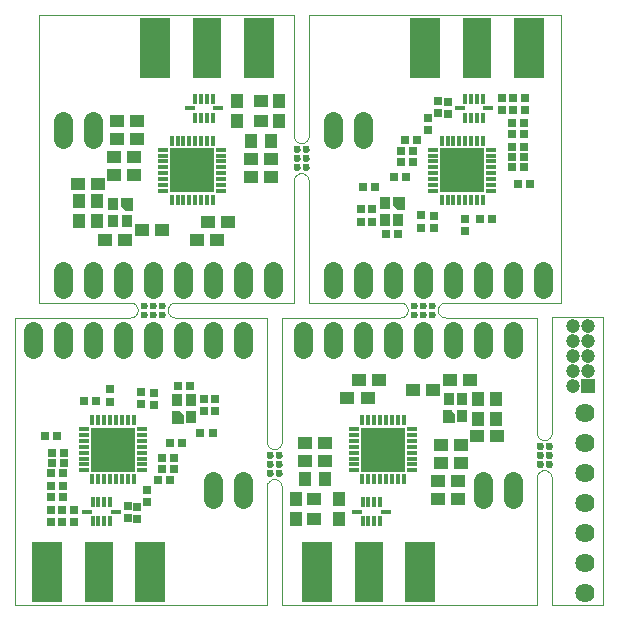
<source format=gts>
G75*
%MOIN*%
%OFA0B0*%
%FSLAX24Y24*%
%IPPOS*%
%LPD*%
%AMOC8*
5,1,8,0,0,1.08239X$1,22.5*
%
%ADD10C,0.0000*%
%ADD11C,0.0237*%
%ADD12R,0.0150X0.0370*%
%ADD13R,0.0370X0.0150*%
%ADD14R,0.1500X0.1500*%
%ADD15R,0.0270X0.0280*%
%ADD16R,0.0280X0.0270*%
%ADD17R,0.0374X0.0413*%
%ADD18C,0.0020*%
%ADD19R,0.0940X0.2040*%
%ADD20R,0.0990X0.2040*%
%ADD21R,0.0158X0.0355*%
%ADD22R,0.0355X0.0158*%
%ADD23C,0.0640*%
%ADD24R,0.0473X0.0434*%
%ADD25R,0.0434X0.0473*%
%ADD26C,0.0640*%
%ADD27C,0.0470*%
%ADD28R,0.0470X0.0470*%
D10*
X000550Y002350D02*
X000550Y011940D01*
X004400Y011940D01*
X004430Y011942D01*
X004460Y011947D01*
X004489Y011956D01*
X004516Y011969D01*
X004542Y011984D01*
X004566Y012003D01*
X004587Y012024D01*
X004606Y012048D01*
X004621Y012074D01*
X004634Y012101D01*
X004643Y012130D01*
X004648Y012160D01*
X004650Y012190D01*
X004648Y012220D01*
X004643Y012250D01*
X004634Y012279D01*
X004621Y012306D01*
X004606Y012332D01*
X004587Y012356D01*
X004566Y012377D01*
X004542Y012396D01*
X004516Y012411D01*
X004489Y012424D01*
X004460Y012433D01*
X004430Y012438D01*
X004400Y012440D01*
X001350Y012440D01*
X001350Y022035D01*
X009850Y022035D01*
X009850Y018000D01*
X009852Y017970D01*
X009857Y017940D01*
X009866Y017911D01*
X009879Y017884D01*
X009894Y017858D01*
X009913Y017834D01*
X009934Y017813D01*
X009958Y017794D01*
X009984Y017779D01*
X010011Y017766D01*
X010040Y017757D01*
X010070Y017752D01*
X010100Y017750D01*
X010130Y017752D01*
X010160Y017757D01*
X010189Y017766D01*
X010216Y017779D01*
X010242Y017794D01*
X010266Y017813D01*
X010287Y017834D01*
X010306Y017858D01*
X010321Y017884D01*
X010334Y017911D01*
X010343Y017940D01*
X010348Y017970D01*
X010350Y018000D01*
X010350Y022035D01*
X018750Y022035D01*
X018750Y012440D01*
X014910Y012440D01*
X014880Y012438D01*
X014850Y012433D01*
X014821Y012424D01*
X014794Y012411D01*
X014768Y012396D01*
X014744Y012377D01*
X014723Y012356D01*
X014704Y012332D01*
X014689Y012306D01*
X014676Y012279D01*
X014667Y012250D01*
X014662Y012220D01*
X014660Y012190D01*
X014662Y012160D01*
X014667Y012130D01*
X014676Y012101D01*
X014689Y012074D01*
X014704Y012048D01*
X014723Y012024D01*
X014744Y012003D01*
X014768Y011984D01*
X014794Y011969D01*
X014821Y011956D01*
X014850Y011947D01*
X014880Y011942D01*
X014910Y011940D01*
X017950Y011940D01*
X017950Y008100D01*
X017952Y008070D01*
X017957Y008040D01*
X017966Y008011D01*
X017979Y007984D01*
X017994Y007958D01*
X018013Y007934D01*
X018034Y007913D01*
X018058Y007894D01*
X018084Y007879D01*
X018111Y007866D01*
X018140Y007857D01*
X018170Y007852D01*
X018200Y007850D01*
X018230Y007852D01*
X018260Y007857D01*
X018289Y007866D01*
X018316Y007879D01*
X018342Y007894D01*
X018366Y007913D01*
X018387Y007934D01*
X018406Y007958D01*
X018421Y007984D01*
X018434Y008011D01*
X018443Y008040D01*
X018448Y008070D01*
X018450Y008100D01*
X018450Y011950D01*
X020150Y011950D01*
X020150Y002350D01*
X018450Y002350D01*
X018450Y006600D01*
X018262Y007050D02*
X018264Y007069D01*
X018269Y007088D01*
X018279Y007104D01*
X018291Y007119D01*
X018306Y007131D01*
X018322Y007141D01*
X018341Y007146D01*
X018360Y007148D01*
X018379Y007146D01*
X018398Y007141D01*
X018414Y007131D01*
X018429Y007119D01*
X018441Y007104D01*
X018451Y007088D01*
X018456Y007069D01*
X018458Y007050D01*
X018456Y007031D01*
X018451Y007012D01*
X018441Y006996D01*
X018429Y006981D01*
X018414Y006969D01*
X018398Y006959D01*
X018379Y006954D01*
X018360Y006952D01*
X018341Y006954D01*
X018322Y006959D01*
X018306Y006969D01*
X018291Y006981D01*
X018279Y006996D01*
X018269Y007012D01*
X018264Y007031D01*
X018262Y007050D01*
X017962Y007050D02*
X017964Y007069D01*
X017969Y007088D01*
X017979Y007104D01*
X017991Y007119D01*
X018006Y007131D01*
X018022Y007141D01*
X018041Y007146D01*
X018060Y007148D01*
X018079Y007146D01*
X018098Y007141D01*
X018114Y007131D01*
X018129Y007119D01*
X018141Y007104D01*
X018151Y007088D01*
X018156Y007069D01*
X018158Y007050D01*
X018156Y007031D01*
X018151Y007012D01*
X018141Y006996D01*
X018129Y006981D01*
X018114Y006969D01*
X018098Y006959D01*
X018079Y006954D01*
X018060Y006952D01*
X018041Y006954D01*
X018022Y006959D01*
X018006Y006969D01*
X017991Y006981D01*
X017979Y006996D01*
X017969Y007012D01*
X017964Y007031D01*
X017962Y007050D01*
X017950Y006600D02*
X017950Y002350D01*
X009450Y002350D01*
X009450Y006305D01*
X009448Y006335D01*
X009441Y006365D01*
X009432Y006393D01*
X009419Y006421D01*
X009403Y006446D01*
X009384Y006469D01*
X009362Y006490D01*
X009338Y006509D01*
X009312Y006524D01*
X009284Y006535D01*
X009255Y006544D01*
X009225Y006549D01*
X009195Y006550D01*
X009165Y006548D01*
X009135Y006541D01*
X009107Y006532D01*
X009079Y006519D01*
X009054Y006503D01*
X009031Y006484D01*
X009010Y006462D01*
X008991Y006438D01*
X008976Y006412D01*
X008965Y006384D01*
X008956Y006355D01*
X008951Y006325D01*
X008950Y006295D01*
X008950Y002350D01*
X000550Y002350D01*
X005900Y011940D02*
X008950Y011940D01*
X008950Y007800D01*
X008952Y007770D01*
X008957Y007740D01*
X008966Y007711D01*
X008979Y007684D01*
X008994Y007658D01*
X009013Y007634D01*
X009034Y007613D01*
X009058Y007594D01*
X009084Y007579D01*
X009111Y007566D01*
X009140Y007557D01*
X009170Y007552D01*
X009200Y007550D01*
X009230Y007552D01*
X009260Y007557D01*
X009289Y007566D01*
X009316Y007579D01*
X009342Y007594D01*
X009366Y007613D01*
X009387Y007634D01*
X009406Y007658D01*
X009421Y007684D01*
X009434Y007711D01*
X009443Y007740D01*
X009448Y007770D01*
X009450Y007800D01*
X009450Y011940D01*
X013400Y011940D01*
X013430Y011942D01*
X013460Y011947D01*
X013489Y011956D01*
X013516Y011969D01*
X013542Y011984D01*
X013566Y012003D01*
X013587Y012024D01*
X013606Y012048D01*
X013621Y012074D01*
X013634Y012101D01*
X013643Y012130D01*
X013648Y012160D01*
X013650Y012190D01*
X013648Y012220D01*
X013643Y012250D01*
X013634Y012279D01*
X013621Y012306D01*
X013606Y012332D01*
X013587Y012356D01*
X013566Y012377D01*
X013542Y012396D01*
X013516Y012411D01*
X013489Y012424D01*
X013460Y012433D01*
X013430Y012438D01*
X013400Y012440D01*
X010350Y012440D01*
X010350Y016500D01*
X010348Y016530D01*
X010343Y016560D01*
X010334Y016589D01*
X010321Y016616D01*
X010306Y016642D01*
X010287Y016666D01*
X010266Y016687D01*
X010242Y016706D01*
X010216Y016721D01*
X010189Y016734D01*
X010160Y016743D01*
X010130Y016748D01*
X010100Y016750D01*
X010070Y016748D01*
X010040Y016743D01*
X010011Y016734D01*
X009984Y016721D01*
X009958Y016706D01*
X009934Y016687D01*
X009913Y016666D01*
X009894Y016642D01*
X009879Y016616D01*
X009866Y016589D01*
X009857Y016560D01*
X009852Y016530D01*
X009850Y016500D01*
X009850Y012440D01*
X005900Y012440D01*
X005870Y012438D01*
X005840Y012433D01*
X005811Y012424D01*
X005784Y012411D01*
X005758Y012396D01*
X005734Y012377D01*
X005713Y012356D01*
X005694Y012332D01*
X005679Y012306D01*
X005666Y012279D01*
X005657Y012250D01*
X005652Y012220D01*
X005650Y012190D01*
X005652Y012160D01*
X005657Y012130D01*
X005666Y012101D01*
X005679Y012074D01*
X005694Y012048D01*
X005713Y012024D01*
X005734Y012003D01*
X005758Y011984D01*
X005784Y011969D01*
X005811Y011956D01*
X005840Y011947D01*
X005870Y011942D01*
X005900Y011940D01*
X005352Y012040D02*
X005354Y012059D01*
X005359Y012078D01*
X005369Y012094D01*
X005381Y012109D01*
X005396Y012121D01*
X005412Y012131D01*
X005431Y012136D01*
X005450Y012138D01*
X005469Y012136D01*
X005488Y012131D01*
X005504Y012121D01*
X005519Y012109D01*
X005531Y012094D01*
X005541Y012078D01*
X005546Y012059D01*
X005548Y012040D01*
X005546Y012021D01*
X005541Y012002D01*
X005531Y011986D01*
X005519Y011971D01*
X005504Y011959D01*
X005488Y011949D01*
X005469Y011944D01*
X005450Y011942D01*
X005431Y011944D01*
X005412Y011949D01*
X005396Y011959D01*
X005381Y011971D01*
X005369Y011986D01*
X005359Y012002D01*
X005354Y012021D01*
X005352Y012040D01*
X005052Y012040D02*
X005054Y012059D01*
X005059Y012078D01*
X005069Y012094D01*
X005081Y012109D01*
X005096Y012121D01*
X005112Y012131D01*
X005131Y012136D01*
X005150Y012138D01*
X005169Y012136D01*
X005188Y012131D01*
X005204Y012121D01*
X005219Y012109D01*
X005231Y012094D01*
X005241Y012078D01*
X005246Y012059D01*
X005248Y012040D01*
X005246Y012021D01*
X005241Y012002D01*
X005231Y011986D01*
X005219Y011971D01*
X005204Y011959D01*
X005188Y011949D01*
X005169Y011944D01*
X005150Y011942D01*
X005131Y011944D01*
X005112Y011949D01*
X005096Y011959D01*
X005081Y011971D01*
X005069Y011986D01*
X005059Y012002D01*
X005054Y012021D01*
X005052Y012040D01*
X004752Y012040D02*
X004754Y012059D01*
X004759Y012078D01*
X004769Y012094D01*
X004781Y012109D01*
X004796Y012121D01*
X004812Y012131D01*
X004831Y012136D01*
X004850Y012138D01*
X004869Y012136D01*
X004888Y012131D01*
X004904Y012121D01*
X004919Y012109D01*
X004931Y012094D01*
X004941Y012078D01*
X004946Y012059D01*
X004948Y012040D01*
X004946Y012021D01*
X004941Y012002D01*
X004931Y011986D01*
X004919Y011971D01*
X004904Y011959D01*
X004888Y011949D01*
X004869Y011944D01*
X004850Y011942D01*
X004831Y011944D01*
X004812Y011949D01*
X004796Y011959D01*
X004781Y011971D01*
X004769Y011986D01*
X004759Y012002D01*
X004754Y012021D01*
X004752Y012040D01*
X004752Y012340D02*
X004754Y012359D01*
X004759Y012378D01*
X004769Y012394D01*
X004781Y012409D01*
X004796Y012421D01*
X004812Y012431D01*
X004831Y012436D01*
X004850Y012438D01*
X004869Y012436D01*
X004888Y012431D01*
X004904Y012421D01*
X004919Y012409D01*
X004931Y012394D01*
X004941Y012378D01*
X004946Y012359D01*
X004948Y012340D01*
X004946Y012321D01*
X004941Y012302D01*
X004931Y012286D01*
X004919Y012271D01*
X004904Y012259D01*
X004888Y012249D01*
X004869Y012244D01*
X004850Y012242D01*
X004831Y012244D01*
X004812Y012249D01*
X004796Y012259D01*
X004781Y012271D01*
X004769Y012286D01*
X004759Y012302D01*
X004754Y012321D01*
X004752Y012340D01*
X005052Y012340D02*
X005054Y012359D01*
X005059Y012378D01*
X005069Y012394D01*
X005081Y012409D01*
X005096Y012421D01*
X005112Y012431D01*
X005131Y012436D01*
X005150Y012438D01*
X005169Y012436D01*
X005188Y012431D01*
X005204Y012421D01*
X005219Y012409D01*
X005231Y012394D01*
X005241Y012378D01*
X005246Y012359D01*
X005248Y012340D01*
X005246Y012321D01*
X005241Y012302D01*
X005231Y012286D01*
X005219Y012271D01*
X005204Y012259D01*
X005188Y012249D01*
X005169Y012244D01*
X005150Y012242D01*
X005131Y012244D01*
X005112Y012249D01*
X005096Y012259D01*
X005081Y012271D01*
X005069Y012286D01*
X005059Y012302D01*
X005054Y012321D01*
X005052Y012340D01*
X005352Y012340D02*
X005354Y012359D01*
X005359Y012378D01*
X005369Y012394D01*
X005381Y012409D01*
X005396Y012421D01*
X005412Y012431D01*
X005431Y012436D01*
X005450Y012438D01*
X005469Y012436D01*
X005488Y012431D01*
X005504Y012421D01*
X005519Y012409D01*
X005531Y012394D01*
X005541Y012378D01*
X005546Y012359D01*
X005548Y012340D01*
X005546Y012321D01*
X005541Y012302D01*
X005531Y012286D01*
X005519Y012271D01*
X005504Y012259D01*
X005488Y012249D01*
X005469Y012244D01*
X005450Y012242D01*
X005431Y012244D01*
X005412Y012249D01*
X005396Y012259D01*
X005381Y012271D01*
X005369Y012286D01*
X005359Y012302D01*
X005354Y012321D01*
X005352Y012340D01*
X008952Y007350D02*
X008954Y007369D01*
X008959Y007388D01*
X008969Y007404D01*
X008981Y007419D01*
X008996Y007431D01*
X009012Y007441D01*
X009031Y007446D01*
X009050Y007448D01*
X009069Y007446D01*
X009088Y007441D01*
X009104Y007431D01*
X009119Y007419D01*
X009131Y007404D01*
X009141Y007388D01*
X009146Y007369D01*
X009148Y007350D01*
X009146Y007331D01*
X009141Y007312D01*
X009131Y007296D01*
X009119Y007281D01*
X009104Y007269D01*
X009088Y007259D01*
X009069Y007254D01*
X009050Y007252D01*
X009031Y007254D01*
X009012Y007259D01*
X008996Y007269D01*
X008981Y007281D01*
X008969Y007296D01*
X008959Y007312D01*
X008954Y007331D01*
X008952Y007350D01*
X008952Y007050D02*
X008954Y007069D01*
X008959Y007088D01*
X008969Y007104D01*
X008981Y007119D01*
X008996Y007131D01*
X009012Y007141D01*
X009031Y007146D01*
X009050Y007148D01*
X009069Y007146D01*
X009088Y007141D01*
X009104Y007131D01*
X009119Y007119D01*
X009131Y007104D01*
X009141Y007088D01*
X009146Y007069D01*
X009148Y007050D01*
X009146Y007031D01*
X009141Y007012D01*
X009131Y006996D01*
X009119Y006981D01*
X009104Y006969D01*
X009088Y006959D01*
X009069Y006954D01*
X009050Y006952D01*
X009031Y006954D01*
X009012Y006959D01*
X008996Y006969D01*
X008981Y006981D01*
X008969Y006996D01*
X008959Y007012D01*
X008954Y007031D01*
X008952Y007050D01*
X008952Y006750D02*
X008954Y006769D01*
X008959Y006788D01*
X008969Y006804D01*
X008981Y006819D01*
X008996Y006831D01*
X009012Y006841D01*
X009031Y006846D01*
X009050Y006848D01*
X009069Y006846D01*
X009088Y006841D01*
X009104Y006831D01*
X009119Y006819D01*
X009131Y006804D01*
X009141Y006788D01*
X009146Y006769D01*
X009148Y006750D01*
X009146Y006731D01*
X009141Y006712D01*
X009131Y006696D01*
X009119Y006681D01*
X009104Y006669D01*
X009088Y006659D01*
X009069Y006654D01*
X009050Y006652D01*
X009031Y006654D01*
X009012Y006659D01*
X008996Y006669D01*
X008981Y006681D01*
X008969Y006696D01*
X008959Y006712D01*
X008954Y006731D01*
X008952Y006750D01*
X009252Y006750D02*
X009254Y006769D01*
X009259Y006788D01*
X009269Y006804D01*
X009281Y006819D01*
X009296Y006831D01*
X009312Y006841D01*
X009331Y006846D01*
X009350Y006848D01*
X009369Y006846D01*
X009388Y006841D01*
X009404Y006831D01*
X009419Y006819D01*
X009431Y006804D01*
X009441Y006788D01*
X009446Y006769D01*
X009448Y006750D01*
X009446Y006731D01*
X009441Y006712D01*
X009431Y006696D01*
X009419Y006681D01*
X009404Y006669D01*
X009388Y006659D01*
X009369Y006654D01*
X009350Y006652D01*
X009331Y006654D01*
X009312Y006659D01*
X009296Y006669D01*
X009281Y006681D01*
X009269Y006696D01*
X009259Y006712D01*
X009254Y006731D01*
X009252Y006750D01*
X009252Y007050D02*
X009254Y007069D01*
X009259Y007088D01*
X009269Y007104D01*
X009281Y007119D01*
X009296Y007131D01*
X009312Y007141D01*
X009331Y007146D01*
X009350Y007148D01*
X009369Y007146D01*
X009388Y007141D01*
X009404Y007131D01*
X009419Y007119D01*
X009431Y007104D01*
X009441Y007088D01*
X009446Y007069D01*
X009448Y007050D01*
X009446Y007031D01*
X009441Y007012D01*
X009431Y006996D01*
X009419Y006981D01*
X009404Y006969D01*
X009388Y006959D01*
X009369Y006954D01*
X009350Y006952D01*
X009331Y006954D01*
X009312Y006959D01*
X009296Y006969D01*
X009281Y006981D01*
X009269Y006996D01*
X009259Y007012D01*
X009254Y007031D01*
X009252Y007050D01*
X009252Y007350D02*
X009254Y007369D01*
X009259Y007388D01*
X009269Y007404D01*
X009281Y007419D01*
X009296Y007431D01*
X009312Y007441D01*
X009331Y007446D01*
X009350Y007448D01*
X009369Y007446D01*
X009388Y007441D01*
X009404Y007431D01*
X009419Y007419D01*
X009431Y007404D01*
X009441Y007388D01*
X009446Y007369D01*
X009448Y007350D01*
X009446Y007331D01*
X009441Y007312D01*
X009431Y007296D01*
X009419Y007281D01*
X009404Y007269D01*
X009388Y007259D01*
X009369Y007254D01*
X009350Y007252D01*
X009331Y007254D01*
X009312Y007259D01*
X009296Y007269D01*
X009281Y007281D01*
X009269Y007296D01*
X009259Y007312D01*
X009254Y007331D01*
X009252Y007350D01*
X013752Y012040D02*
X013754Y012059D01*
X013759Y012078D01*
X013769Y012094D01*
X013781Y012109D01*
X013796Y012121D01*
X013812Y012131D01*
X013831Y012136D01*
X013850Y012138D01*
X013869Y012136D01*
X013888Y012131D01*
X013904Y012121D01*
X013919Y012109D01*
X013931Y012094D01*
X013941Y012078D01*
X013946Y012059D01*
X013948Y012040D01*
X013946Y012021D01*
X013941Y012002D01*
X013931Y011986D01*
X013919Y011971D01*
X013904Y011959D01*
X013888Y011949D01*
X013869Y011944D01*
X013850Y011942D01*
X013831Y011944D01*
X013812Y011949D01*
X013796Y011959D01*
X013781Y011971D01*
X013769Y011986D01*
X013759Y012002D01*
X013754Y012021D01*
X013752Y012040D01*
X013752Y012340D02*
X013754Y012359D01*
X013759Y012378D01*
X013769Y012394D01*
X013781Y012409D01*
X013796Y012421D01*
X013812Y012431D01*
X013831Y012436D01*
X013850Y012438D01*
X013869Y012436D01*
X013888Y012431D01*
X013904Y012421D01*
X013919Y012409D01*
X013931Y012394D01*
X013941Y012378D01*
X013946Y012359D01*
X013948Y012340D01*
X013946Y012321D01*
X013941Y012302D01*
X013931Y012286D01*
X013919Y012271D01*
X013904Y012259D01*
X013888Y012249D01*
X013869Y012244D01*
X013850Y012242D01*
X013831Y012244D01*
X013812Y012249D01*
X013796Y012259D01*
X013781Y012271D01*
X013769Y012286D01*
X013759Y012302D01*
X013754Y012321D01*
X013752Y012340D01*
X014052Y012340D02*
X014054Y012359D01*
X014059Y012378D01*
X014069Y012394D01*
X014081Y012409D01*
X014096Y012421D01*
X014112Y012431D01*
X014131Y012436D01*
X014150Y012438D01*
X014169Y012436D01*
X014188Y012431D01*
X014204Y012421D01*
X014219Y012409D01*
X014231Y012394D01*
X014241Y012378D01*
X014246Y012359D01*
X014248Y012340D01*
X014246Y012321D01*
X014241Y012302D01*
X014231Y012286D01*
X014219Y012271D01*
X014204Y012259D01*
X014188Y012249D01*
X014169Y012244D01*
X014150Y012242D01*
X014131Y012244D01*
X014112Y012249D01*
X014096Y012259D01*
X014081Y012271D01*
X014069Y012286D01*
X014059Y012302D01*
X014054Y012321D01*
X014052Y012340D01*
X014052Y012040D02*
X014054Y012059D01*
X014059Y012078D01*
X014069Y012094D01*
X014081Y012109D01*
X014096Y012121D01*
X014112Y012131D01*
X014131Y012136D01*
X014150Y012138D01*
X014169Y012136D01*
X014188Y012131D01*
X014204Y012121D01*
X014219Y012109D01*
X014231Y012094D01*
X014241Y012078D01*
X014246Y012059D01*
X014248Y012040D01*
X014246Y012021D01*
X014241Y012002D01*
X014231Y011986D01*
X014219Y011971D01*
X014204Y011959D01*
X014188Y011949D01*
X014169Y011944D01*
X014150Y011942D01*
X014131Y011944D01*
X014112Y011949D01*
X014096Y011959D01*
X014081Y011971D01*
X014069Y011986D01*
X014059Y012002D01*
X014054Y012021D01*
X014052Y012040D01*
X014352Y012040D02*
X014354Y012059D01*
X014359Y012078D01*
X014369Y012094D01*
X014381Y012109D01*
X014396Y012121D01*
X014412Y012131D01*
X014431Y012136D01*
X014450Y012138D01*
X014469Y012136D01*
X014488Y012131D01*
X014504Y012121D01*
X014519Y012109D01*
X014531Y012094D01*
X014541Y012078D01*
X014546Y012059D01*
X014548Y012040D01*
X014546Y012021D01*
X014541Y012002D01*
X014531Y011986D01*
X014519Y011971D01*
X014504Y011959D01*
X014488Y011949D01*
X014469Y011944D01*
X014450Y011942D01*
X014431Y011944D01*
X014412Y011949D01*
X014396Y011959D01*
X014381Y011971D01*
X014369Y011986D01*
X014359Y012002D01*
X014354Y012021D01*
X014352Y012040D01*
X014352Y012340D02*
X014354Y012359D01*
X014359Y012378D01*
X014369Y012394D01*
X014381Y012409D01*
X014396Y012421D01*
X014412Y012431D01*
X014431Y012436D01*
X014450Y012438D01*
X014469Y012436D01*
X014488Y012431D01*
X014504Y012421D01*
X014519Y012409D01*
X014531Y012394D01*
X014541Y012378D01*
X014546Y012359D01*
X014548Y012340D01*
X014546Y012321D01*
X014541Y012302D01*
X014531Y012286D01*
X014519Y012271D01*
X014504Y012259D01*
X014488Y012249D01*
X014469Y012244D01*
X014450Y012242D01*
X014431Y012244D01*
X014412Y012249D01*
X014396Y012259D01*
X014381Y012271D01*
X014369Y012286D01*
X014359Y012302D01*
X014354Y012321D01*
X014352Y012340D01*
X017962Y007650D02*
X017964Y007669D01*
X017969Y007688D01*
X017979Y007704D01*
X017991Y007719D01*
X018006Y007731D01*
X018022Y007741D01*
X018041Y007746D01*
X018060Y007748D01*
X018079Y007746D01*
X018098Y007741D01*
X018114Y007731D01*
X018129Y007719D01*
X018141Y007704D01*
X018151Y007688D01*
X018156Y007669D01*
X018158Y007650D01*
X018156Y007631D01*
X018151Y007612D01*
X018141Y007596D01*
X018129Y007581D01*
X018114Y007569D01*
X018098Y007559D01*
X018079Y007554D01*
X018060Y007552D01*
X018041Y007554D01*
X018022Y007559D01*
X018006Y007569D01*
X017991Y007581D01*
X017979Y007596D01*
X017969Y007612D01*
X017964Y007631D01*
X017962Y007650D01*
X017962Y007350D02*
X017964Y007369D01*
X017969Y007388D01*
X017979Y007404D01*
X017991Y007419D01*
X018006Y007431D01*
X018022Y007441D01*
X018041Y007446D01*
X018060Y007448D01*
X018079Y007446D01*
X018098Y007441D01*
X018114Y007431D01*
X018129Y007419D01*
X018141Y007404D01*
X018151Y007388D01*
X018156Y007369D01*
X018158Y007350D01*
X018156Y007331D01*
X018151Y007312D01*
X018141Y007296D01*
X018129Y007281D01*
X018114Y007269D01*
X018098Y007259D01*
X018079Y007254D01*
X018060Y007252D01*
X018041Y007254D01*
X018022Y007259D01*
X018006Y007269D01*
X017991Y007281D01*
X017979Y007296D01*
X017969Y007312D01*
X017964Y007331D01*
X017962Y007350D01*
X018262Y007350D02*
X018264Y007369D01*
X018269Y007388D01*
X018279Y007404D01*
X018291Y007419D01*
X018306Y007431D01*
X018322Y007441D01*
X018341Y007446D01*
X018360Y007448D01*
X018379Y007446D01*
X018398Y007441D01*
X018414Y007431D01*
X018429Y007419D01*
X018441Y007404D01*
X018451Y007388D01*
X018456Y007369D01*
X018458Y007350D01*
X018456Y007331D01*
X018451Y007312D01*
X018441Y007296D01*
X018429Y007281D01*
X018414Y007269D01*
X018398Y007259D01*
X018379Y007254D01*
X018360Y007252D01*
X018341Y007254D01*
X018322Y007259D01*
X018306Y007269D01*
X018291Y007281D01*
X018279Y007296D01*
X018269Y007312D01*
X018264Y007331D01*
X018262Y007350D01*
X018262Y007650D02*
X018264Y007669D01*
X018269Y007688D01*
X018279Y007704D01*
X018291Y007719D01*
X018306Y007731D01*
X018322Y007741D01*
X018341Y007746D01*
X018360Y007748D01*
X018379Y007746D01*
X018398Y007741D01*
X018414Y007731D01*
X018429Y007719D01*
X018441Y007704D01*
X018451Y007688D01*
X018456Y007669D01*
X018458Y007650D01*
X018456Y007631D01*
X018451Y007612D01*
X018441Y007596D01*
X018429Y007581D01*
X018414Y007569D01*
X018398Y007559D01*
X018379Y007554D01*
X018360Y007552D01*
X018341Y007554D01*
X018322Y007559D01*
X018306Y007569D01*
X018291Y007581D01*
X018279Y007596D01*
X018269Y007612D01*
X018264Y007631D01*
X018262Y007650D01*
X018450Y006600D02*
X018448Y006630D01*
X018443Y006660D01*
X018434Y006689D01*
X018421Y006716D01*
X018406Y006742D01*
X018387Y006766D01*
X018366Y006787D01*
X018342Y006806D01*
X018316Y006821D01*
X018289Y006834D01*
X018260Y006843D01*
X018230Y006848D01*
X018200Y006850D01*
X018170Y006848D01*
X018140Y006843D01*
X018111Y006834D01*
X018084Y006821D01*
X018058Y006806D01*
X018034Y006787D01*
X018013Y006766D01*
X017994Y006742D01*
X017979Y006716D01*
X017966Y006689D01*
X017957Y006660D01*
X017952Y006630D01*
X017950Y006600D01*
X010152Y016950D02*
X010154Y016969D01*
X010159Y016988D01*
X010169Y017004D01*
X010181Y017019D01*
X010196Y017031D01*
X010212Y017041D01*
X010231Y017046D01*
X010250Y017048D01*
X010269Y017046D01*
X010288Y017041D01*
X010304Y017031D01*
X010319Y017019D01*
X010331Y017004D01*
X010341Y016988D01*
X010346Y016969D01*
X010348Y016950D01*
X010346Y016931D01*
X010341Y016912D01*
X010331Y016896D01*
X010319Y016881D01*
X010304Y016869D01*
X010288Y016859D01*
X010269Y016854D01*
X010250Y016852D01*
X010231Y016854D01*
X010212Y016859D01*
X010196Y016869D01*
X010181Y016881D01*
X010169Y016896D01*
X010159Y016912D01*
X010154Y016931D01*
X010152Y016950D01*
X009852Y016950D02*
X009854Y016969D01*
X009859Y016988D01*
X009869Y017004D01*
X009881Y017019D01*
X009896Y017031D01*
X009912Y017041D01*
X009931Y017046D01*
X009950Y017048D01*
X009969Y017046D01*
X009988Y017041D01*
X010004Y017031D01*
X010019Y017019D01*
X010031Y017004D01*
X010041Y016988D01*
X010046Y016969D01*
X010048Y016950D01*
X010046Y016931D01*
X010041Y016912D01*
X010031Y016896D01*
X010019Y016881D01*
X010004Y016869D01*
X009988Y016859D01*
X009969Y016854D01*
X009950Y016852D01*
X009931Y016854D01*
X009912Y016859D01*
X009896Y016869D01*
X009881Y016881D01*
X009869Y016896D01*
X009859Y016912D01*
X009854Y016931D01*
X009852Y016950D01*
X009852Y017250D02*
X009854Y017269D01*
X009859Y017288D01*
X009869Y017304D01*
X009881Y017319D01*
X009896Y017331D01*
X009912Y017341D01*
X009931Y017346D01*
X009950Y017348D01*
X009969Y017346D01*
X009988Y017341D01*
X010004Y017331D01*
X010019Y017319D01*
X010031Y017304D01*
X010041Y017288D01*
X010046Y017269D01*
X010048Y017250D01*
X010046Y017231D01*
X010041Y017212D01*
X010031Y017196D01*
X010019Y017181D01*
X010004Y017169D01*
X009988Y017159D01*
X009969Y017154D01*
X009950Y017152D01*
X009931Y017154D01*
X009912Y017159D01*
X009896Y017169D01*
X009881Y017181D01*
X009869Y017196D01*
X009859Y017212D01*
X009854Y017231D01*
X009852Y017250D01*
X009852Y017550D02*
X009854Y017569D01*
X009859Y017588D01*
X009869Y017604D01*
X009881Y017619D01*
X009896Y017631D01*
X009912Y017641D01*
X009931Y017646D01*
X009950Y017648D01*
X009969Y017646D01*
X009988Y017641D01*
X010004Y017631D01*
X010019Y017619D01*
X010031Y017604D01*
X010041Y017588D01*
X010046Y017569D01*
X010048Y017550D01*
X010046Y017531D01*
X010041Y017512D01*
X010031Y017496D01*
X010019Y017481D01*
X010004Y017469D01*
X009988Y017459D01*
X009969Y017454D01*
X009950Y017452D01*
X009931Y017454D01*
X009912Y017459D01*
X009896Y017469D01*
X009881Y017481D01*
X009869Y017496D01*
X009859Y017512D01*
X009854Y017531D01*
X009852Y017550D01*
X010152Y017550D02*
X010154Y017569D01*
X010159Y017588D01*
X010169Y017604D01*
X010181Y017619D01*
X010196Y017631D01*
X010212Y017641D01*
X010231Y017646D01*
X010250Y017648D01*
X010269Y017646D01*
X010288Y017641D01*
X010304Y017631D01*
X010319Y017619D01*
X010331Y017604D01*
X010341Y017588D01*
X010346Y017569D01*
X010348Y017550D01*
X010346Y017531D01*
X010341Y017512D01*
X010331Y017496D01*
X010319Y017481D01*
X010304Y017469D01*
X010288Y017459D01*
X010269Y017454D01*
X010250Y017452D01*
X010231Y017454D01*
X010212Y017459D01*
X010196Y017469D01*
X010181Y017481D01*
X010169Y017496D01*
X010159Y017512D01*
X010154Y017531D01*
X010152Y017550D01*
X010152Y017250D02*
X010154Y017269D01*
X010159Y017288D01*
X010169Y017304D01*
X010181Y017319D01*
X010196Y017331D01*
X010212Y017341D01*
X010231Y017346D01*
X010250Y017348D01*
X010269Y017346D01*
X010288Y017341D01*
X010304Y017331D01*
X010319Y017319D01*
X010331Y017304D01*
X010341Y017288D01*
X010346Y017269D01*
X010348Y017250D01*
X010346Y017231D01*
X010341Y017212D01*
X010331Y017196D01*
X010319Y017181D01*
X010304Y017169D01*
X010288Y017159D01*
X010269Y017154D01*
X010250Y017152D01*
X010231Y017154D01*
X010212Y017159D01*
X010196Y017169D01*
X010181Y017181D01*
X010169Y017196D01*
X010159Y017212D01*
X010154Y017231D01*
X010152Y017250D01*
D11*
X010250Y017250D03*
X010250Y016950D03*
X009950Y016950D03*
X009950Y017250D03*
X009950Y017550D03*
X010250Y017550D03*
X013850Y012340D03*
X013850Y012040D03*
X014150Y012040D03*
X014150Y012340D03*
X014450Y012340D03*
X014450Y012040D03*
X018060Y007650D03*
X018060Y007350D03*
X018360Y007350D03*
X018360Y007650D03*
X018360Y007050D03*
X018060Y007050D03*
X009350Y007050D03*
X009350Y006750D03*
X009050Y006750D03*
X009050Y007050D03*
X009050Y007350D03*
X009350Y007350D03*
X005450Y012040D03*
X005450Y012340D03*
X005150Y012340D03*
X005150Y012040D03*
X004850Y012040D03*
X004850Y012340D03*
D12*
X005777Y015871D03*
X005977Y015871D03*
X006167Y015871D03*
X006367Y015871D03*
X006567Y015871D03*
X006767Y015871D03*
X006957Y015871D03*
X007157Y015871D03*
X007157Y017811D03*
X006957Y017811D03*
X006767Y017811D03*
X006567Y017811D03*
X006367Y017811D03*
X006167Y017811D03*
X005977Y017811D03*
X005777Y017811D03*
X004523Y008509D03*
X004323Y008509D03*
X004133Y008509D03*
X003933Y008509D03*
X003733Y008509D03*
X003533Y008509D03*
X003343Y008509D03*
X003143Y008509D03*
X003143Y006569D03*
X003343Y006569D03*
X003533Y006569D03*
X003733Y006569D03*
X003933Y006569D03*
X004133Y006569D03*
X004323Y006569D03*
X004523Y006569D03*
X012143Y006569D03*
X012343Y006569D03*
X012533Y006569D03*
X012733Y006569D03*
X012933Y006569D03*
X013133Y006569D03*
X013323Y006569D03*
X013523Y006569D03*
X013523Y008509D03*
X013323Y008509D03*
X013133Y008509D03*
X012933Y008509D03*
X012733Y008509D03*
X012533Y008509D03*
X012343Y008509D03*
X012143Y008509D03*
X014777Y015871D03*
X014977Y015871D03*
X015167Y015871D03*
X015367Y015871D03*
X015567Y015871D03*
X015767Y015871D03*
X015957Y015871D03*
X016157Y015871D03*
X016157Y017811D03*
X015957Y017811D03*
X015767Y017811D03*
X015567Y017811D03*
X015367Y017811D03*
X015167Y017811D03*
X014977Y017811D03*
X014777Y017811D03*
D13*
X014497Y017531D03*
X014497Y017331D03*
X014497Y017141D03*
X014497Y016941D03*
X014497Y016741D03*
X014497Y016541D03*
X014497Y016351D03*
X014497Y016151D03*
X016437Y016151D03*
X016437Y016351D03*
X016437Y016541D03*
X016437Y016741D03*
X016437Y016941D03*
X016437Y017141D03*
X016437Y017331D03*
X016437Y017531D03*
X013803Y008229D03*
X013803Y008029D03*
X013803Y007839D03*
X013803Y007639D03*
X013803Y007439D03*
X013803Y007239D03*
X013803Y007049D03*
X013803Y006849D03*
X011863Y006849D03*
X011863Y007049D03*
X011863Y007239D03*
X011863Y007439D03*
X011863Y007639D03*
X011863Y007839D03*
X011863Y008029D03*
X011863Y008229D03*
X007437Y016151D03*
X007437Y016351D03*
X007437Y016541D03*
X007437Y016741D03*
X007437Y016941D03*
X007437Y017141D03*
X007437Y017331D03*
X007437Y017531D03*
X005497Y017531D03*
X005497Y017331D03*
X005497Y017141D03*
X005497Y016941D03*
X005497Y016741D03*
X005497Y016541D03*
X005497Y016351D03*
X005497Y016151D03*
X004803Y008229D03*
X004803Y008029D03*
X004803Y007839D03*
X004803Y007639D03*
X004803Y007439D03*
X004803Y007239D03*
X004803Y007049D03*
X004803Y006849D03*
X002863Y006849D03*
X002863Y007049D03*
X002863Y007239D03*
X002863Y007439D03*
X002863Y007639D03*
X002863Y007839D03*
X002863Y008029D03*
X002863Y008229D03*
D14*
X003833Y007539D03*
X006467Y016841D03*
X012833Y007539D03*
X015467Y016841D03*
D15*
X014337Y018190D03*
X014337Y018592D03*
X014667Y018770D03*
X014987Y018720D03*
X014987Y019122D03*
X014667Y019172D03*
X016787Y019262D03*
X017175Y019260D03*
X017175Y018858D03*
X017545Y018858D03*
X017545Y019260D03*
X016787Y018860D03*
X015562Y015240D03*
X015562Y014838D03*
X014537Y014930D03*
X014537Y015332D03*
X014097Y015342D03*
X014097Y014940D03*
X012447Y015140D03*
X012447Y015542D03*
X012087Y015542D03*
X012087Y015140D03*
X007213Y009240D03*
X007213Y008838D03*
X006853Y008838D03*
X006853Y009240D03*
X005203Y009440D03*
X005203Y009038D03*
X004763Y009048D03*
X004763Y009450D03*
X003738Y009542D03*
X003738Y009140D03*
X004963Y006190D03*
X004963Y005788D03*
X004633Y005610D03*
X004313Y005660D03*
X004313Y005258D03*
X004633Y005208D03*
X002513Y005118D03*
X002125Y005120D03*
X002125Y005522D03*
X001755Y005522D03*
X001755Y005120D03*
X002513Y005520D03*
D16*
X002172Y005950D03*
X002172Y006310D03*
X001771Y006310D03*
X001771Y005950D03*
X001772Y006749D03*
X001782Y007089D03*
X001782Y007429D03*
X002184Y007429D03*
X002184Y007089D03*
X002174Y006749D03*
X001964Y007979D03*
X001562Y007979D03*
X002845Y009159D03*
X003247Y009159D03*
X005462Y007249D03*
X005462Y006889D03*
X005332Y006529D03*
X005734Y006529D03*
X005864Y006889D03*
X005864Y007249D03*
X005712Y007749D03*
X006114Y007749D03*
X006742Y008099D03*
X007144Y008099D03*
X006384Y009649D03*
X005982Y009649D03*
X012156Y016281D03*
X012558Y016281D03*
X013186Y016631D03*
X013588Y016631D03*
X013436Y017131D03*
X013436Y017491D03*
X013566Y017851D03*
X013968Y017851D03*
X013838Y017491D03*
X013838Y017131D03*
X013318Y014731D03*
X012916Y014731D03*
X016053Y015221D03*
X016455Y015221D03*
X017336Y016401D03*
X017738Y016401D03*
X017518Y016951D03*
X017518Y017291D03*
X017528Y017631D03*
X017126Y017631D03*
X017116Y017291D03*
X017116Y016951D03*
X017128Y018070D03*
X017128Y018430D03*
X017529Y018430D03*
X017529Y018070D03*
D17*
X013333Y015196D03*
X012880Y015196D03*
X012880Y015767D03*
X015017Y009234D03*
X015470Y009234D03*
X015470Y008663D03*
X006420Y008613D03*
X006420Y009184D03*
X005967Y009184D03*
X004283Y015146D03*
X003830Y015146D03*
X003830Y015717D03*
D18*
X004106Y015726D02*
X004460Y015726D01*
X004460Y015744D02*
X004106Y015744D01*
X004106Y015763D02*
X004460Y015763D01*
X004460Y015781D02*
X004106Y015781D01*
X004106Y015800D02*
X004460Y015800D01*
X004460Y015818D02*
X004106Y015818D01*
X004106Y015837D02*
X004460Y015837D01*
X004460Y015855D02*
X004106Y015855D01*
X004106Y015874D02*
X004460Y015874D01*
X004460Y015892D02*
X004106Y015892D01*
X004106Y015911D02*
X004460Y015911D01*
X004460Y015913D02*
X004460Y015520D01*
X004234Y015520D01*
X004106Y015648D01*
X004106Y015913D01*
X004460Y015913D01*
X004460Y015707D02*
X004106Y015707D01*
X004106Y015689D02*
X004460Y015689D01*
X004460Y015670D02*
X004106Y015670D01*
X004106Y015652D02*
X004460Y015652D01*
X004460Y015633D02*
X004120Y015633D01*
X004139Y015615D02*
X004460Y015615D01*
X004460Y015596D02*
X004157Y015596D01*
X004176Y015578D02*
X004460Y015578D01*
X004460Y015559D02*
X004194Y015559D01*
X004213Y015541D02*
X004460Y015541D01*
X004460Y015522D02*
X004231Y015522D01*
X005790Y008810D02*
X005790Y008417D01*
X006144Y008417D01*
X006144Y008682D01*
X006016Y008810D01*
X005790Y008810D01*
X005790Y008807D02*
X006020Y008807D01*
X006038Y008788D02*
X005790Y008788D01*
X005790Y008770D02*
X006057Y008770D01*
X006075Y008751D02*
X005790Y008751D01*
X005790Y008733D02*
X006094Y008733D01*
X006112Y008714D02*
X005790Y008714D01*
X005790Y008696D02*
X006131Y008696D01*
X006144Y008677D02*
X005790Y008677D01*
X005790Y008659D02*
X006144Y008659D01*
X006144Y008640D02*
X005790Y008640D01*
X005790Y008622D02*
X006144Y008622D01*
X006144Y008603D02*
X005790Y008603D01*
X005790Y008585D02*
X006144Y008585D01*
X006144Y008566D02*
X005790Y008566D01*
X005790Y008548D02*
X006144Y008548D01*
X006144Y008529D02*
X005790Y008529D01*
X005790Y008511D02*
X006144Y008511D01*
X006144Y008492D02*
X005790Y008492D01*
X005790Y008474D02*
X006144Y008474D01*
X006144Y008455D02*
X005790Y008455D01*
X005790Y008437D02*
X006144Y008437D01*
X006144Y008418D02*
X005790Y008418D01*
X013156Y015698D02*
X013156Y015963D01*
X013510Y015963D01*
X013510Y015570D01*
X013284Y015570D01*
X013156Y015698D01*
X013156Y015707D02*
X013510Y015707D01*
X013510Y015689D02*
X013165Y015689D01*
X013183Y015670D02*
X013510Y015670D01*
X013510Y015652D02*
X013202Y015652D01*
X013220Y015633D02*
X013510Y015633D01*
X013510Y015615D02*
X013239Y015615D01*
X013257Y015596D02*
X013510Y015596D01*
X013510Y015578D02*
X013276Y015578D01*
X013156Y015726D02*
X013510Y015726D01*
X013510Y015744D02*
X013156Y015744D01*
X013156Y015763D02*
X013510Y015763D01*
X013510Y015781D02*
X013156Y015781D01*
X013156Y015800D02*
X013510Y015800D01*
X013510Y015818D02*
X013156Y015818D01*
X013156Y015837D02*
X013510Y015837D01*
X013510Y015855D02*
X013156Y015855D01*
X013156Y015874D02*
X013510Y015874D01*
X013510Y015892D02*
X013156Y015892D01*
X013156Y015911D02*
X013510Y015911D01*
X013510Y015929D02*
X013156Y015929D01*
X013156Y015948D02*
X013510Y015948D01*
X014840Y008860D02*
X014840Y008467D01*
X015194Y008467D01*
X015194Y008732D01*
X015066Y008860D01*
X014840Y008860D01*
X014840Y008844D02*
X015083Y008844D01*
X015101Y008825D02*
X014840Y008825D01*
X014840Y008807D02*
X015120Y008807D01*
X015138Y008788D02*
X014840Y008788D01*
X014840Y008770D02*
X015157Y008770D01*
X015175Y008751D02*
X014840Y008751D01*
X014840Y008733D02*
X015194Y008733D01*
X015194Y008714D02*
X014840Y008714D01*
X014840Y008696D02*
X015194Y008696D01*
X015194Y008677D02*
X014840Y008677D01*
X014840Y008659D02*
X015194Y008659D01*
X015194Y008640D02*
X014840Y008640D01*
X014840Y008622D02*
X015194Y008622D01*
X015194Y008603D02*
X014840Y008603D01*
X014840Y008585D02*
X015194Y008585D01*
X015194Y008566D02*
X014840Y008566D01*
X014840Y008548D02*
X015194Y008548D01*
X015194Y008529D02*
X014840Y008529D01*
X014840Y008511D02*
X015194Y008511D01*
X015194Y008492D02*
X014840Y008492D01*
X014840Y008474D02*
X015194Y008474D01*
D19*
X012346Y003454D03*
X003346Y003454D03*
X006954Y020926D03*
X015954Y020926D03*
D20*
X014229Y020926D03*
X017679Y020926D03*
X008679Y020926D03*
X005229Y020926D03*
X005071Y003454D03*
X001621Y003454D03*
X010621Y003454D03*
X014071Y003454D03*
D21*
X012736Y005154D03*
X012539Y005154D03*
X012342Y005154D03*
X012146Y005154D03*
X012146Y005784D03*
X012342Y005784D03*
X012539Y005784D03*
X012736Y005784D03*
X003736Y005784D03*
X003539Y005784D03*
X003342Y005784D03*
X003146Y005784D03*
X003146Y005154D03*
X003342Y005154D03*
X003539Y005154D03*
X003736Y005154D03*
X006564Y018596D03*
X006761Y018596D03*
X006958Y018596D03*
X007154Y018596D03*
X007154Y019226D03*
X006958Y019226D03*
X006761Y019226D03*
X006564Y019226D03*
X015564Y019226D03*
X015761Y019226D03*
X015958Y019226D03*
X016154Y019226D03*
X016154Y018596D03*
X015958Y018596D03*
X015761Y018596D03*
X015564Y018596D03*
D22*
X015387Y018911D03*
X016332Y018911D03*
X007332Y018911D03*
X006387Y018911D03*
X003913Y005469D03*
X002968Y005469D03*
X011968Y005469D03*
X012913Y005469D03*
D23*
X016150Y005890D02*
X016150Y006490D01*
X017150Y006490D02*
X017150Y005890D01*
X017150Y010890D02*
X017150Y011490D01*
X016150Y011490D02*
X016150Y010890D01*
X015150Y010890D02*
X015150Y011490D01*
X014150Y011490D02*
X014150Y010890D01*
X013150Y010890D02*
X013150Y011490D01*
X012150Y011490D02*
X012150Y010890D01*
X011150Y010890D02*
X011150Y011490D01*
X010150Y011490D02*
X010150Y010890D01*
X009150Y012890D02*
X009150Y013490D01*
X008150Y013490D02*
X008150Y012890D01*
X007150Y012890D02*
X007150Y013490D01*
X006150Y013490D02*
X006150Y012890D01*
X005150Y012890D02*
X005150Y013490D01*
X004150Y013490D02*
X004150Y012890D01*
X003150Y012890D02*
X003150Y013490D01*
X002150Y013490D02*
X002150Y012890D01*
X002150Y011490D02*
X002150Y010890D01*
X001150Y010890D02*
X001150Y011490D01*
X003150Y011490D02*
X003150Y010890D01*
X004150Y010890D02*
X004150Y011490D01*
X005150Y011490D02*
X005150Y010890D01*
X006150Y010890D02*
X006150Y011490D01*
X007150Y011490D02*
X007150Y010890D01*
X008150Y010890D02*
X008150Y011490D01*
X011150Y012890D02*
X011150Y013490D01*
X012150Y013490D02*
X012150Y012890D01*
X013150Y012890D02*
X013150Y013490D01*
X014150Y013490D02*
X014150Y012890D01*
X015150Y012890D02*
X015150Y013490D01*
X016150Y013490D02*
X016150Y012890D01*
X017150Y012890D02*
X017150Y013490D01*
X018150Y013490D02*
X018150Y012890D01*
X012150Y017890D02*
X012150Y018490D01*
X011150Y018490D02*
X011150Y017890D01*
X003150Y017890D02*
X003150Y018490D01*
X002150Y018490D02*
X002150Y017890D01*
X007150Y006490D02*
X007150Y005890D01*
X008150Y005890D02*
X008150Y006490D01*
D24*
X010219Y007149D03*
X010219Y007749D03*
X010888Y007749D03*
X010888Y007149D03*
X010535Y005885D03*
X010535Y005216D03*
X011641Y009249D03*
X012311Y009249D03*
X012014Y009848D03*
X012683Y009848D03*
X013824Y009537D03*
X014494Y009537D03*
X015059Y009849D03*
X015728Y009849D03*
X015959Y007999D03*
X015438Y007699D03*
X015438Y007099D03*
X015338Y006499D03*
X015338Y005899D03*
X014669Y005899D03*
X014669Y006499D03*
X014769Y007099D03*
X014769Y007699D03*
X016628Y007999D03*
X009081Y016631D03*
X009081Y017231D03*
X008412Y017231D03*
X008412Y016631D03*
X007659Y015131D03*
X006989Y015131D03*
X007286Y014532D03*
X006617Y014532D03*
X005476Y014843D03*
X004806Y014843D03*
X004241Y014531D03*
X003572Y014531D03*
X003341Y016381D03*
X003862Y016681D03*
X003862Y017281D03*
X003962Y017881D03*
X003962Y018481D03*
X004631Y018481D03*
X004631Y017881D03*
X004531Y017281D03*
X004531Y016681D03*
X002672Y016381D03*
X008765Y018495D03*
X008765Y019164D03*
D25*
X009365Y019164D03*
X009365Y018495D03*
X009081Y017831D03*
X008412Y017831D03*
X007947Y018496D03*
X007947Y019166D03*
X003307Y015816D03*
X003307Y015146D03*
X002707Y015146D03*
X002707Y015816D03*
X010219Y006549D03*
X009935Y005885D03*
X009935Y005216D03*
X010888Y006549D03*
X011353Y005884D03*
X011353Y005214D03*
X015993Y008564D03*
X015993Y009234D03*
X016593Y009234D03*
X016593Y008564D03*
D26*
X019550Y008750D03*
X019550Y007750D03*
X019550Y006750D03*
X019550Y005750D03*
X019550Y004750D03*
X019550Y003750D03*
X019550Y002750D03*
D27*
X019150Y009650D03*
X019150Y010150D03*
X019150Y010650D03*
X019150Y011150D03*
X019150Y011650D03*
X019650Y011650D03*
X019650Y011150D03*
X019650Y010650D03*
X019650Y010150D03*
D28*
X019650Y009650D03*
M02*

</source>
